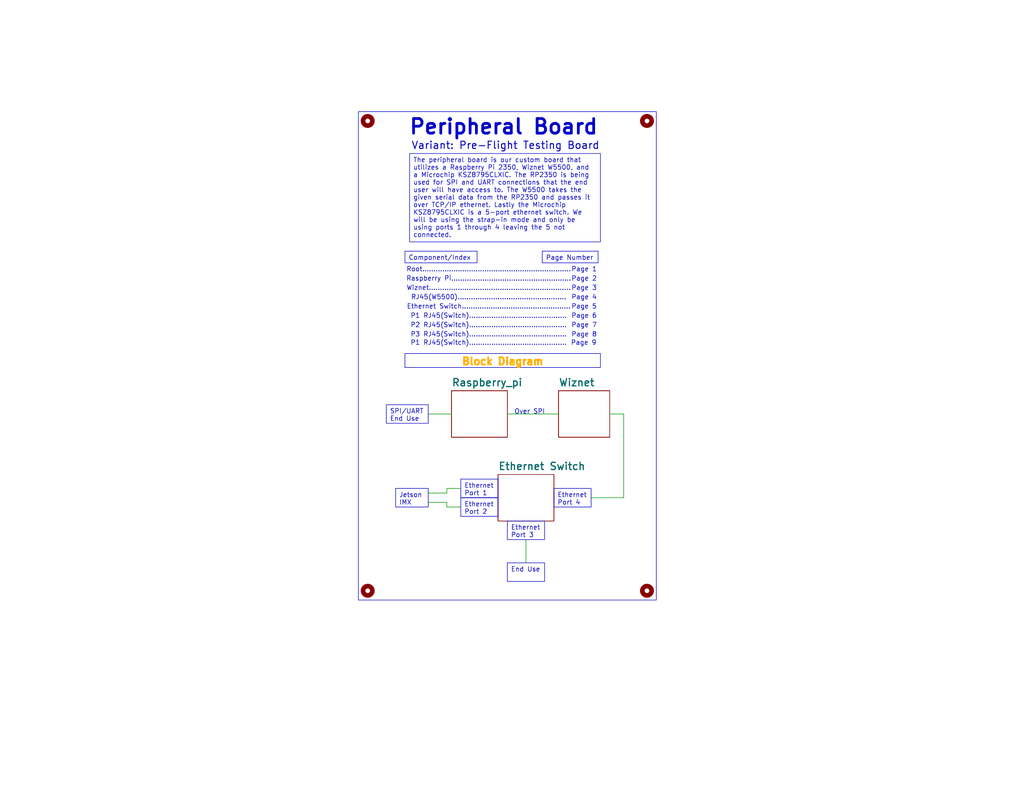
<source format=kicad_sch>
(kicad_sch (version 20250114) (generator "eeschema") (generator_version "9.0")
  (paper "USLetter")
  (title_block (title "Peripheral Board with Ethernet Switch") (date "2025-04-01") (rev "1") (company "Bronco Space") (comment 1 "SCALES") (comment 2 "By John Pollak"))
  (lib_symbols
    (symbol "Mechanical:MountingHole" (pin_names (offset 1.016)) (in_bom no)
      (property "Reference" "H" (at 0 5.08 0))
      (property "Value" "MountingHole" (at 0 3.175 0))
      (symbol "MountingHole_0_1"
        (circle (center 0 0) (radius 1.27) (stroke (width 1.27)))
      )
    )
  )
  (rectangle (start 97.79 30.48) (end 179.07 163.83))
  (text "Page 2" (at 159.385 76.2 0) (effects (font (size 1.27 1.27))))
  (text "Page 1" (at 159.385 73.66 0) (effects (font (size 1.27 1.27))))
  (text "Wiznet................................................................\n" (at 133.35 78.74 0) (effects (font (size 1.27 1.27))))
  (text "Page 4" (at 159.385 81.28 0) (effects (font (size 1.27 1.27))))
  (text "Page 8\n" (at 159.385 91.44 0) (effects (font (size 1.27 1.27))))
  (text "Page 5" (at 159.385 83.82 0) (effects (font (size 1.27 1.27))))
  (text "Page 6" (at 159.385 86.36 0) (effects (font (size 1.27 1.27))))
  (text "P3 RJ45(Switch)............................................\n" (at 133.35 91.44 0) (effects (font (size 1.27 1.27))))
  (text "Peripheral Board" (at 137.414 34.798 0) (effects (font (size 4 4) (thickness 0.75))))
  (text "P1 RJ45(Switch)............................................\n" (at 133.35 86.36 0) (effects (font (size 1.27 1.27))))
  (text "RJ45(W5500).................................................\n" (at 133.35 81.28 0) (effects (font (size 1.27 1.27))))
  (text "Ethernet Switch.................................................\n" (at 133.35 83.82 0) (effects (font (size 1.27 1.27))))
  (text "Page 3" (at 159.385 78.74 0) (effects (font (size 1.27 1.27))))
  (text "P2 RJ45(Switch)............................................\n" (at 133.35 88.9 0) (effects (font (size 1.27 1.27))))
  (text "Root...................................................................\n" (at 133.35 73.66 0) (effects (font (size 1.27 1.27))))
  (text "P1 RJ45(Switch)............................................\n" (at 133.35 93.726 0) (effects (font (size 1.27 1.27))))
  (text "Raspberry Pi......................................................\n" (at 133.35 76.2 0) (effects (font (size 1.27 1.27))))
  (text "Page 7" (at 159.385 88.9 0) (effects (font (size 1.27 1.27))))
  (text "Over SPI" (at 144.526 112.522 0) (effects (font (size 1.27 1.27))))
  (text "Variant: Pre-Flight Testing Board" (at 137.922 39.878 0) (effects (font (size 2 2) (thickness 0.254))))
  (text "Page 9" (at 159.258 93.726 0) (effects (font (size 1.27 1.27))))
  (text_box "Ethernet Port 2" (at 125.73 135.89 0) (size 10.16 5.08) (margins 0.9525 0.9525 0.9525 0.9525) (effects (font (size 1.27 1.27)) (justify left top)))
  (text_box "Component/Index" (at 110.49 68.58 0) (size 19.685 3.175) (margins 0.9525 0.9525 0.9525 0.9525) (effects (font (size 1.27 1.27)) (justify left top)))
  (text_box "Page Number" (at 147.955 68.58 0) (size 15.24 3.175) (margins 0.9525 0.9525 0.9525 0.9525) (effects (font (size 1.27 1.27)) (justify left top)))
  (text_box "Block Diagram" (at 110.49 96.52 0) (size 53.34 3.81) (margins 0.9525 0.9525 0.9525 0.9525) (effects (font (size 2 2) (thickness 0.8) (bold yes)) (justify top)))
  (text_box "Jetson\nIMX" (at 107.95 133.35 0) (size 8.89 5.08) (margins 0.9525 0.9525 0.9525 0.9525) (effects (font (size 1.27 1.27)) (justify left top)))
  (text_box "Ethernet Port 1" (at 125.73 130.81 0) (size 10.16 5.08) (margins 0.9525 0.9525 0.9525 0.9525) (effects (font (size 1.27 1.27)) (justify left top)))
  (text_box "SPI/UART\nEnd Use" (at 105.41 110.49 0) (size 11.43 5.08) (margins 0.9525 0.9525 0.9525 0.9525) (effects (font (size 1.27 1.27)) (justify left top)))
  (text_box "The peripheral board is our custom board that utilizes a Raspberry Pi 2350, Wiznet W5500, and a Microchip KSZ8795CLXIC. The RP2350 is being used for SPI and UART connections that the end user will have access to. The W5500 takes the given serial data from the RP2350 and passes it over TCP/IP ethernet. Lastly the Microchip KSZ8795CLXIC is a 5-port ethernet switch. We will be using the strap-in mode and only be using ports 1 through 4 leaving the 5 not connected." (at 111.76 41.91 0) (size 52.07 24.13) (margins 0.9525 0.9525 0.9525 0.9525) (effects (font (size 1.27 1.27)) (justify left top)))
  (text_box "Ethernet Port 3" (at 138.43 142.24 0) (size 10.16 5.08) (margins 0.9525 0.9525 0.9525 0.9525) (effects (font (size 1.27 1.27)) (justify left top)))
  (text_box "End Use" (at 138.43 153.67 0) (size 10.16 5.08) (margins 0.9525 0.9525 0.9525 0.9525) (effects (font (size 1.27 1.27)) (justify left top)))
  (text_box "Ethernet Port 4" (at 151.13 133.35 0) (size 10.16 5.08) (margins 0.9525 0.9525 0.9525 0.9525) (effects (font (size 1.27 1.27)) (justify left top)))
  (wire (pts (xy 125.73 133.35) (xy 121.92 133.35)))
  (wire (pts (xy 138.43 113.03) (xy 152.4 113.03)))
  (wire (pts (xy 170.18 113.03) (xy 170.18 135.89)))
  (wire (pts (xy 143.51 147.32) (xy 143.51 153.67)))
  (wire (pts (xy 166.37 113.03) (xy 170.18 113.03)))
  (wire (pts (xy 125.73 138.43) (xy 121.92 138.43)))
  (wire (pts (xy 121.92 138.43) (xy 121.92 137.16)))
  (wire (pts (xy 161.29 135.89) (xy 170.18 135.89)))
  (wire (pts (xy 116.84 137.16) (xy 121.92 137.16)))
  (wire (pts (xy 116.84 134.62) (xy 121.92 134.62)))
  (wire (pts (xy 116.84 113.03) (xy 123.19 113.03)))
  (wire (pts (xy 121.92 133.35) (xy 121.92 134.62)))
  (symbol (lib_id "Mechanical:MountingHole") (at 176.53 33.02 0) (unit 1) (in_bom no)
    (property "Reference" "H3" (effects (hide yes)))
    (property "Value" "MountingHole" (effects (hide yes)))
    (property "Footprint" "MountingHole:MountingHole_2.5mm_Pad" (effects (hide yes)))
    (property "Description" "Mounting Hole without connection" (effects (hide yes)))
  )
  (symbol (lib_id "Mechanical:MountingHole") (at 100.33 33.02 0) (unit 1) (in_bom no)
    (property "Reference" "H1" (effects (hide yes)))
    (property "Value" "MountingHole" (effects (hide yes)))
    (property "Footprint" "MountingHole:MountingHole_2.5mm_Pad" (effects (hide yes)))
    (property "Description" "Mounting Hole without connection" (effects (hide yes)))
  )
  (symbol (lib_id "Mechanical:MountingHole") (at 100.33 161.29 0) (unit 1) (in_bom no)
    (property "Reference" "H2" (effects (hide yes)))
    (property "Value" "MountingHole" (effects (hide yes)))
    (property "Footprint" "MountingHole:MountingHole_2.5mm_Pad" (effects (hide yes)))
    (property "Description" "Mounting Hole without connection" (effects (hide yes)))
  )
  (symbol (lib_id "Mechanical:MountingHole") (at 176.53 161.29 0) (unit 1) (in_bom no)
    (property "Reference" "H4" (effects (hide yes)))
    (property "Value" "MountingHole" (effects (hide yes)))
    (property "Footprint" "MountingHole:MountingHole_2.5mm_Pad" (effects (hide yes)))
    (property "Description" "Mounting Hole without connection" (effects (hide yes)))
  )
  (sheet (at 123.19 106.68) (size 15.24 12.7) (stroke (width 0.1524))
    (property "Sheetname" "Raspberry_pi" (at 123.19 105.6034 0) (effects (font (size 2 2) (thickness 0.3175)) (justify left bottom)))
    (property "Sheetfile" "rp.kicad_sch" (effects (hide yes)))
  )
  (sheet (at 135.89 129.54) (size 15.24 12.7) (stroke (width 0.1524))
    (property "Sheetname" "Ethernet Switch" (at 135.89 128.4634 0) (effects (font (size 2 2) (thickness 0.3175)) (justify left bottom)))
    (property "Sheetfile" "newethernet.kicad_sch" (effects (hide yes)))
  )
  (sheet (at 152.4 106.68) (size 13.97 12.7) (stroke (width 0.1524))
    (property "Sheetname" "Wiznet" (at 152.4 105.6034 0) (effects (font (size 2 2) (thickness 0.3175)) (justify left bottom)))
    (property "Sheetfile" "Wiznet.kicad_sch" (effects (hide yes)))
  )
)
</source>
